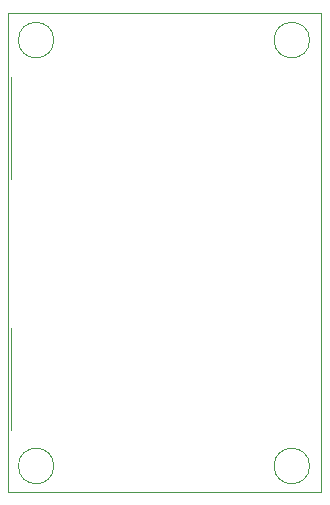
<source format=gbr>
%TF.GenerationSoftware,KiCad,Pcbnew,7.0.1*%
%TF.CreationDate,2023-11-03T16:47:46+00:00*%
%TF.ProjectId,SMA_Kondensator_Tets,534d415f-4b6f-46e6-9465-6e7361746f72,rev?*%
%TF.SameCoordinates,Original*%
%TF.FileFunction,Profile,NP*%
%FSLAX46Y46*%
G04 Gerber Fmt 4.6, Leading zero omitted, Abs format (unit mm)*
G04 Created by KiCad (PCBNEW 7.0.1) date 2023-11-03 16:47:46*
%MOMM*%
%LPD*%
G01*
G04 APERTURE LIST*
%TA.AperFunction,Profile*%
%ADD10C,0.100000*%
%TD*%
G04 APERTURE END LIST*
D10*
X116764161Y-97060000D02*
G75*
G03*
X116764161Y-97060000I-1504161J0D01*
G01*
X138414161Y-97060000D02*
G75*
G03*
X138414161Y-97060000I-1504161J0D01*
G01*
X138414161Y-61000000D02*
G75*
G03*
X138414161Y-61000000I-1504161J0D01*
G01*
X112920000Y-60605000D02*
X112920000Y-95675000D01*
X112920000Y-60605000D01*
X116764161Y-61000000D02*
G75*
G03*
X116764161Y-61000000I-1504161J0D01*
G01*
X112920000Y-58685000D02*
X139420000Y-58685000D01*
X139420000Y-99295000D01*
X112920000Y-99295000D01*
X112920000Y-58685000D01*
%TO.C,J2*%
X113120000Y-64130000D02*
X113120000Y-72730000D01*
%TO.C,J1*%
X113150000Y-85380000D02*
X113150000Y-93980000D01*
%TD*%
M02*

</source>
